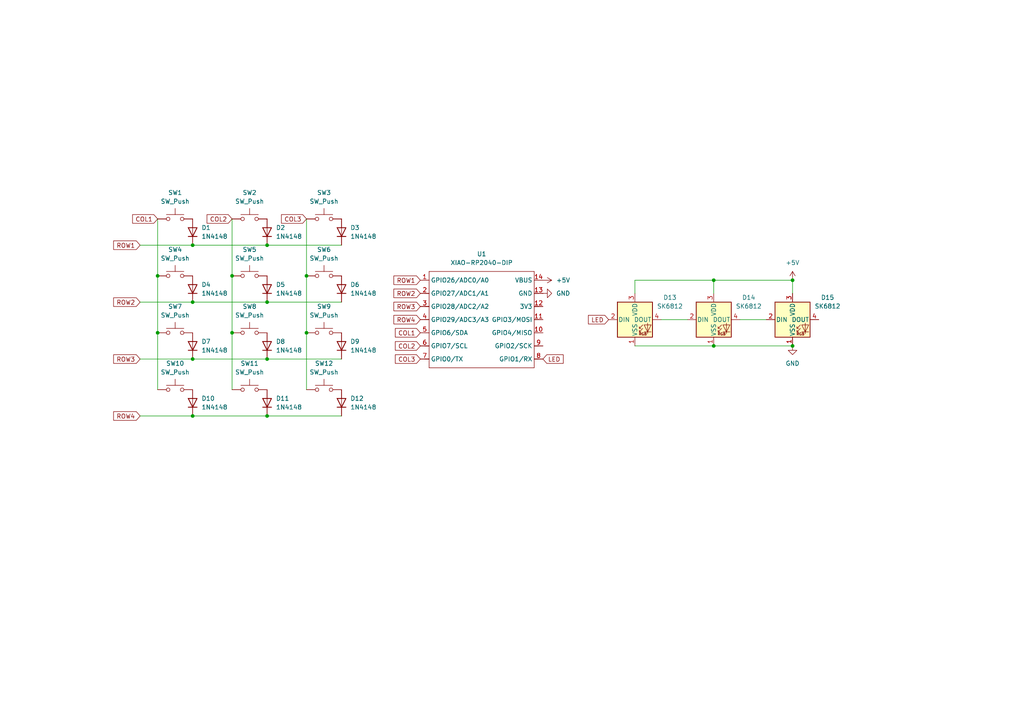
<source format=kicad_sch>
(kicad_sch (version 20250114) (generator "eeschema") (generator_version "9.0")
  (paper "A4")
  (lib_symbols
    (symbol "Diode:1N4148" (pin_numbers (hide yes)) (pin_names (hide yes))
      (property "Reference" "D" (at 0 2.54 0))
      (property "Value" "1N4148" (at 0 -2.54 0))
      (symbol "1N4148_0_1"
        (polyline (pts (xy -1.27 1.27) (xy -1.27 -1.27)) (stroke (width 0.254)))
        (polyline (pts (xy 1.27 1.27) (xy 1.27 -1.27) (xy -1.27 0) (xy 1.27 1.27)) (stroke (width 0.254)))
        (polyline (pts (xy 1.27 0) (xy -1.27 0)))
      )
      (symbol "1N4148_1_1"
        (pin passive line (at -3.81 0 0) (length 2.54) (name "K") (number "1"))
        (pin passive line (at 3.81 0 180) (length 2.54) (name "A") (number "2"))
      )
    )
    (symbol "LED:SK6812" (pin_names (offset 0.254))
      (property "Reference" "D" (at 5.08 5.715 0))
      (property "Value" "SK6812" (at 1.27 -5.715 0))
      (symbol "SK6812_0_0"
        (text "RGB" (at 2.286 -4.191 0) (effects (font (size 0.762 0.762))))
      )
      (symbol "SK6812_0_1"
        (polyline (pts (xy 1.27 -2.54) (xy 1.778 -2.54)))
        (polyline (pts (xy 1.27 -3.556) (xy 1.778 -3.556)))
        (polyline (pts (xy 2.286 -1.524) (xy 1.27 -2.54) (xy 1.27 -2.032)))
        (polyline (pts (xy 2.286 -2.54) (xy 1.27 -3.556) (xy 1.27 -3.048)))
        (polyline (pts (xy 3.683 -1.016) (xy 3.683 -3.556) (xy 3.683 -4.064)))
        (polyline (pts (xy 4.699 -1.524) (xy 2.667 -1.524) (xy 3.683 -3.556) (xy 4.699 -1.524)))
        (polyline (pts (xy 4.699 -3.556) (xy 2.667 -3.556)))
        (rectangle (start 5.08 5.08) (end -5.08 -5.08) (stroke (width 0.254)) (fill (type background)))
      )
      (symbol "SK6812_1_1"
        (pin input line (at -7.62 0 0) (length 2.54) (name "DIN") (number "2"))
        (pin power_in line (at 0 7.62 270) (length 2.54) (name "VDD") (number "3"))
        (pin power_in line (at 0 -7.62 90) (length 2.54) (name "VSS") (number "1"))
        (pin output line (at 7.62 0 180) (length 2.54) (name "DOUT") (number "4"))
      )
    )
    (symbol "OPL Lib:XIAO-RP2040-DIP"
      (property "Reference" "U" (at 0 0 0))
      (property "Value" "XIAO-RP2040-DIP" (at 5.334 -1.778 0))
      (symbol "XIAO-RP2040-DIP_1_0"
        (polyline (pts (xy -1.27 -2.54) (xy 29.21 -2.54)) (stroke (width 0.1524)))
        (polyline (pts (xy -1.27 -5.08) (xy -2.54 -5.08)) (stroke (width 0.1524)))
        (polyline (pts (xy -1.27 -5.08) (xy -1.27 -2.54)) (stroke (width 0.1524)))
        (polyline (pts (xy -1.27 -8.89) (xy -2.54 -8.89)) (stroke (width 0.1524)))
        (polyline (pts (xy -1.27 -8.89) (xy -1.27 -5.08)) (stroke (width 0.1524)))
        (polyline (pts (xy -1.27 -12.7) (xy -2.54 -12.7)) (stroke (width 0.1524)))
        (polyline (pts (xy -1.27 -12.7) (xy -1.27 -8.89)) (stroke (width 0.1524)))
        (polyline (pts (xy -1.27 -16.51) (xy -2.54 -16.51)) (stroke (width 0.1524)))
        (polyline (pts (xy -1.27 -16.51) (xy -1.27 -12.7)) (stroke (width 0.1524)))
        (polyline (pts (xy -1.27 -20.32) (xy -2.54 -20.32)) (stroke (width 0.1524)))
        (polyline (pts (xy -1.27 -24.13) (xy -2.54 -24.13)) (stroke (width 0.1524)))
        (polyline (pts (xy -1.27 -27.94) (xy -2.54 -27.94)) (stroke (width 0.1524)))
        (polyline (pts (xy -1.27 -30.48) (xy -1.27 -16.51)) (stroke (width 0.1524)))
        (polyline (pts (xy 29.21 -2.54) (xy 29.21 -5.08)) (stroke (width 0.1524)))
        (polyline (pts (xy 29.21 -5.08) (xy 29.21 -8.89)) (stroke (width 0.1524)))
        (polyline (pts (xy 29.21 -8.89) (xy 29.21 -12.7)) (stroke (width 0.1524)))
        (polyline (pts (xy 29.21 -12.7) (xy 29.21 -30.48)) (stroke (width 0.1524)))
        (polyline (pts (xy 29.21 -30.48) (xy -1.27 -30.48)) (stroke (width 0.1524)))
        (polyline (pts (xy 30.48 -5.08) (xy 29.21 -5.08)) (stroke (width 0.1524)))
        (polyline (pts (xy 30.48 -8.89) (xy 29.21 -8.89)) (stroke (width 0.1524)))
        (polyline (pts (xy 30.48 -12.7) (xy 29.21 -12.7)) (stroke (width 0.1524)))
        (polyline (pts (xy 30.48 -16.51) (xy 29.21 -16.51)) (stroke (width 0.1524)))
        (polyline (pts (xy 30.48 -20.32) (xy 29.21 -20.32)) (stroke (width 0.1524)))
        (polyline (pts (xy 30.48 -24.13) (xy 29.21 -24.13)) (stroke (width 0.1524)))
        (polyline (pts (xy 30.48 -27.94) (xy 29.21 -27.94)) (stroke (width 0.1524)))
        (pin passive line (at -3.81 -5.08 0) (length 2.54) (name "GPIO26/ADC0/A0") (number "1"))
        (pin passive line (at -3.81 -8.89 0) (length 2.54) (name "GPIO27/ADC1/A1") (number "2"))
        (pin passive line (at -3.81 -12.7 0) (length 2.54) (name "GPIO28/ADC2/A2") (number "3"))
        (pin passive line (at -3.81 -16.51 0) (length 2.54) (name "GPIO29/ADC3/A3") (number "4"))
        (pin passive line (at -3.81 -20.32 0) (length 2.54) (name "GPIO6/SDA") (number "5"))
        (pin passive line (at -3.81 -24.13 0) (length 2.54) (name "GPIO7/SCL") (number "6"))
        (pin passive line (at -3.81 -27.94 0) (length 2.54) (name "GPIO0/TX") (number "7"))
        (pin passive line (at 31.75 -5.08 180) (length 2.54) (name "VBUS") (number "14"))
        (pin passive line (at 31.75 -8.89 180) (length 2.54) (name "GND") (number "13"))
        (pin passive line (at 31.75 -12.7 180) (length 2.54) (name "3V3") (number "12"))
        (pin passive line (at 31.75 -16.51 180) (length 2.54) (name "GPIO3/MOSI") (number "11"))
        (pin passive line (at 31.75 -20.32 180) (length 2.54) (name "GPIO4/MISO") (number "10"))
        (pin passive line (at 31.75 -24.13 180) (length 2.54) (name "GPIO2/SCK") (number "9"))
        (pin passive line (at 31.75 -27.94 180) (length 2.54) (name "GPIO1/RX") (number "8"))
      )
    )
    (symbol "Switch:SW_Push" (pin_numbers (hide yes)) (pin_names (offset 1.016) (hide yes))
      (property "Reference" "SW" (at 1.27 2.54 0))
      (property "Value" "SW_Push" (at 0 -1.524 0))
      (symbol "SW_Push_0_1"
        (circle (center -2.032 0) (radius 0.508))
        (polyline (pts (xy 0 1.27) (xy 0 3.048)))
        (circle (center 2.032 0) (radius 0.508))
        (polyline (pts (xy 2.54 1.27) (xy -2.54 1.27)))
        (pin passive line (at -5.08 0 0) (length 2.54) (name "1") (number "1"))
        (pin passive line (at 5.08 0 180) (length 2.54) (name "2") (number "2"))
      )
    )
    (symbol "power:+5V" (power) (pin_numbers (hide yes)) (pin_names (offset 0) (hide yes))
      (property "Value" "+5V" (at 0 3.556 0))
      (symbol "+5V_0_1"
        (polyline (pts (xy -0.762 1.27) (xy 0 2.54)))
        (polyline (pts (xy 0 2.54) (xy 0.762 1.27)))
        (polyline (pts (xy 0 0) (xy 0 2.54)))
      )
      (symbol "+5V_1_1"
        (pin power_in line (at 0 0 90) (length 0) (name "~") (number "1"))
      )
    )
    (symbol "power:GND" (power) (pin_numbers (hide yes)) (pin_names (offset 0) (hide yes))
      (property "Value" "GND" (at 0 -3.81 0))
      (symbol "GND_0_1"
        (polyline (pts (xy 0 0) (xy 0 -1.27) (xy 1.27 -1.27) (xy 0 -2.54) (xy -1.27 -1.27) (xy 0 -1.27)))
      )
      (symbol "GND_1_1"
        (pin power_in line (at 0 0 270) (length 0) (name "~") (number "1"))
      )
    )
  )
  (junction (at 88.9 96.52))
  (junction (at 77.47 104.14))
  (junction (at 67.31 96.52))
  (junction (at 55.88 87.63))
  (junction (at 55.88 104.14))
  (junction (at 67.31 80.01))
  (junction (at 229.87 100.33))
  (junction (at 77.47 71.12))
  (junction (at 207.01 81.28))
  (junction (at 207.01 100.33))
  (junction (at 77.47 120.65))
  (junction (at 55.88 71.12))
  (junction (at 45.72 80.01))
  (junction (at 45.72 96.52))
  (junction (at 88.9 80.01))
  (junction (at 55.88 120.65))
  (junction (at 229.87 81.28))
  (junction (at 77.47 87.63))
  (wire (pts (xy 99.06 71.12) (xy 77.47 71.12)))
  (wire (pts (xy 88.9 96.52) (xy 88.9 113.03)))
  (wire (pts (xy 214.63 92.71) (xy 222.25 92.71)))
  (wire (pts (xy 229.87 81.28) (xy 229.87 85.09)))
  (wire (pts (xy 40.64 104.14) (xy 55.88 104.14)))
  (wire (pts (xy 55.88 120.65) (xy 77.47 120.65)))
  (wire (pts (xy 88.9 63.5) (xy 88.9 80.01)))
  (wire (pts (xy 45.72 80.01) (xy 45.72 96.52)))
  (wire (pts (xy 88.9 80.01) (xy 88.9 96.52)))
  (wire (pts (xy 40.64 120.65) (xy 55.88 120.65)))
  (wire (pts (xy 77.47 104.14) (xy 55.88 104.14)))
  (wire (pts (xy 99.06 104.14) (xy 77.47 104.14)))
  (wire (pts (xy 207.01 81.28) (xy 229.87 81.28)))
  (wire (pts (xy 99.06 120.65) (xy 77.47 120.65)))
  (wire (pts (xy 67.31 80.01) (xy 67.31 96.52)))
  (wire (pts (xy 45.72 63.5) (xy 45.72 80.01)))
  (wire (pts (xy 184.15 85.09) (xy 184.15 81.28)))
  (wire (pts (xy 184.15 100.33) (xy 207.01 100.33)))
  (wire (pts (xy 184.15 81.28) (xy 207.01 81.28)))
  (wire (pts (xy 207.01 100.33) (xy 229.87 100.33)))
  (wire (pts (xy 67.31 63.5) (xy 67.31 80.01)))
  (wire (pts (xy 55.88 87.63) (xy 40.64 87.63)))
  (wire (pts (xy 55.88 71.12) (xy 77.47 71.12)))
  (wire (pts (xy 40.64 71.12) (xy 55.88 71.12)))
  (wire (pts (xy 207.01 81.28) (xy 207.01 85.09)))
  (wire (pts (xy 67.31 96.52) (xy 67.31 113.03)))
  (wire (pts (xy 99.06 87.63) (xy 77.47 87.63)))
  (wire (pts (xy 77.47 87.63) (xy 55.88 87.63)))
  (wire (pts (xy 45.72 96.52) (xy 45.72 113.03)))
  (wire (pts (xy 191.77 92.71) (xy 199.39 92.71)))
  (global_label "LED" (shape input) (at 176.53 92.71 180) (property "Intersheetrefs" "${INTERSHEET_REFS}" (effects (hide yes))))
  (global_label "ROW1" (shape input) (at 121.92 81.28 180) (property "Intersheetrefs" "${INTERSHEET_REFS}" (effects (hide yes))))
  (global_label "LED" (shape input) (at 157.48 104.14 0) (property "Intersheetrefs" "${INTERSHEET_REFS}" (effects (hide yes))))
  (global_label "COL3" (shape input) (at 121.92 104.14 180) (property "Intersheetrefs" "${INTERSHEET_REFS}" (effects (hide yes))))
  (global_label "COL1" (shape input) (at 45.72 63.5 180) (property "Intersheetrefs" "${INTERSHEET_REFS}" (effects (hide yes))))
  (global_label "ROW4" (shape input) (at 40.64 120.65 180) (property "Intersheetrefs" "${INTERSHEET_REFS}" (effects (hide yes))))
  (global_label "COL2" (shape input) (at 67.31 63.5 180) (property "Intersheetrefs" "${INTERSHEET_REFS}" (effects (hide yes))))
  (global_label "ROW2" (shape input) (at 121.92 85.09 180) (property "Intersheetrefs" "${INTERSHEET_REFS}" (effects (hide yes))))
  (global_label "ROW1" (shape input) (at 40.64 71.12 180) (property "Intersheetrefs" "${INTERSHEET_REFS}" (effects (hide yes))))
  (global_label "ROW2" (shape input) (at 40.64 87.63 180) (property "Intersheetrefs" "${INTERSHEET_REFS}" (effects (hide yes))))
  (global_label "ROW4" (shape input) (at 121.92 92.71 180) (property "Intersheetrefs" "${INTERSHEET_REFS}" (effects (hide yes))))
  (global_label "COL3" (shape input) (at 88.9 63.5 180) (property "Intersheetrefs" "${INTERSHEET_REFS}" (effects (hide yes))))
  (global_label "COL1" (shape input) (at 121.92 96.52 180) (property "Intersheetrefs" "${INTERSHEET_REFS}" (effects (hide yes))))
  (global_label "ROW3" (shape input) (at 121.92 88.9 180) (property "Intersheetrefs" "${INTERSHEET_REFS}" (effects (hide yes))))
  (global_label "COL2" (shape input) (at 121.92 100.33 180) (property "Intersheetrefs" "${INTERSHEET_REFS}" (effects (hide yes))))
  (global_label "ROW3" (shape input) (at 40.64 104.14 180) (property "Intersheetrefs" "${INTERSHEET_REFS}" (effects (hide yes))))
  (symbol (lib_id "Switch:SW_Push") (at 93.98 113.03 0) (unit 1)
    (property "Reference" "SW12" (at 93.98 105.41 0))
    (property "Value" "SW_Push" (at 93.98 107.95 0))
    (property "Footprint" "Button_Switch_Keyboard:SW_Cherry_MX_1.00u_PCB" (effects (hide yes)))
    (property "Description" "Push button switch, generic, two pins" (effects (hide yes)))
  )
  (symbol (lib_id "Diode:1N4148") (at 77.47 116.84 90) (unit 1)
    (property "Reference" "D11" (at 80.01 115.5699 90) (effects (justify right)))
    (property "Value" "1N4148" (at 80.01 118.1099 90) (effects (justify right)))
    (property "Footprint" "Diode_THT:D_DO-35_SOD27_P7.62mm_Horizontal" (effects (hide yes)))
    (property "Datasheet" "https://assets.nexperia.com/documents/data-sheet/1N4148_1N4448.pdf" (effects (hide yes)))
    (property "Description" "100V 0.15A standard switching diode, DO-35" (effects (hide yes)))
    (property "Sim.Device" "D" (effects (hide yes)))
    (property "Sim.Pins" "1=K 2=A" (effects (hide yes)))
  )
  (symbol (lib_id "OPL Lib:XIAO-RP2040-DIP") (at 125.73 76.2 0) (unit 1)
    (property "Reference" "U1" (at 139.7 73.66 0))
    (property "Value" "XIAO-RP2040-DIP" (at 139.7 76.2 0))
    (property "Footprint" "OPL Lib:XIAO-RP2040-DIP" (effects (hide yes)))
  )
  (symbol (lib_id "Diode:1N4148") (at 55.88 100.33 90) (unit 1)
    (property "Reference" "D7" (at 58.42 99.0599 90) (effects (justify right)))
    (property "Value" "1N4148" (at 58.42 101.5999 90) (effects (justify right)))
    (property "Footprint" "Diode_THT:D_DO-35_SOD27_P7.62mm_Horizontal" (effects (hide yes)))
    (property "Datasheet" "https://assets.nexperia.com/documents/data-sheet/1N4148_1N4448.pdf" (effects (hide yes)))
    (property "Description" "100V 0.15A standard switching diode, DO-35" (effects (hide yes)))
    (property "Sim.Device" "D" (effects (hide yes)))
    (property "Sim.Pins" "1=K 2=A" (effects (hide yes)))
  )
  (symbol (lib_id "Diode:1N4148") (at 55.88 83.82 90) (unit 1)
    (property "Reference" "D4" (at 58.42 82.5499 90) (effects (justify right)))
    (property "Value" "1N4148" (at 58.42 85.0899 90) (effects (justify right)))
    (property "Footprint" "Diode_THT:D_DO-35_SOD27_P7.62mm_Horizontal" (effects (hide yes)))
    (property "Datasheet" "https://assets.nexperia.com/documents/data-sheet/1N4148_1N4448.pdf" (effects (hide yes)))
    (property "Description" "100V 0.15A standard switching diode, DO-35" (effects (hide yes)))
    (property "Sim.Device" "D" (effects (hide yes)))
    (property "Sim.Pins" "1=K 2=A" (effects (hide yes)))
  )
  (symbol (lib_id "Diode:1N4148") (at 77.47 100.33 90) (unit 1)
    (property "Reference" "D8" (at 80.01 99.0599 90) (effects (justify right)))
    (property "Value" "1N4148" (at 80.01 101.5999 90) (effects (justify right)))
    (property "Footprint" "Diode_THT:D_DO-35_SOD27_P7.62mm_Horizontal" (effects (hide yes)))
    (property "Datasheet" "https://assets.nexperia.com/documents/data-sheet/1N4148_1N4448.pdf" (effects (hide yes)))
    (property "Description" "100V 0.15A standard switching diode, DO-35" (effects (hide yes)))
    (property "Sim.Device" "D" (effects (hide yes)))
    (property "Sim.Pins" "1=K 2=A" (effects (hide yes)))
  )
  (symbol (lib_id "power:+5V") (at 229.87 81.28 0) (unit 1)
    (property "Reference" "#PWR01" (effects (hide yes)))
    (property "Value" "+5V" (at 229.87 76.2 0))
    (property "Description" "Power symbol creates a global label with name \"+5V\"" (effects (hide yes)))
  )
  (symbol (lib_id "power:GND") (at 157.48 85.09 90) (unit 1)
    (property "Reference" "#PWR03" (effects (hide yes)))
    (property "Value" "GND" (at 161.29 85.0899 90) (effects (justify right)))
    (property "Description" "Power symbol creates a global label with name \"GND\" , ground" (effects (hide yes)))
  )
  (symbol (lib_id "Diode:1N4148") (at 99.06 116.84 90) (unit 1)
    (property "Reference" "D12" (at 101.6 115.5699 90) (effects (justify right)))
    (property "Value" "1N4148" (at 101.6 118.1099 90) (effects (justify right)))
    (property "Footprint" "Diode_THT:D_DO-35_SOD27_P7.62mm_Horizontal" (effects (hide yes)))
    (property "Datasheet" "https://assets.nexperia.com/documents/data-sheet/1N4148_1N4448.pdf" (effects (hide yes)))
    (property "Description" "100V 0.15A standard switching diode, DO-35" (effects (hide yes)))
    (property "Sim.Device" "D" (effects (hide yes)))
    (property "Sim.Pins" "1=K 2=A" (effects (hide yes)))
  )
  (symbol (lib_id "Switch:SW_Push") (at 93.98 63.5 0) (unit 1)
    (property "Reference" "SW3" (at 93.98 55.88 0))
    (property "Value" "SW_Push" (at 93.98 58.42 0))
    (property "Footprint" "Button_Switch_Keyboard:SW_Cherry_MX_1.00u_PCB" (effects (hide yes)))
    (property "Description" "Push button switch, generic, two pins" (effects (hide yes)))
  )
  (symbol (lib_id "Diode:1N4148") (at 55.88 116.84 90) (unit 1)
    (property "Reference" "D10" (at 58.42 115.5699 90) (effects (justify right)))
    (property "Value" "1N4148" (at 58.42 118.1099 90) (effects (justify right)))
    (property "Footprint" "Diode_THT:D_DO-35_SOD27_P7.62mm_Horizontal" (effects (hide yes)))
    (property "Datasheet" "https://assets.nexperia.com/documents/data-sheet/1N4148_1N4448.pdf" (effects (hide yes)))
    (property "Description" "100V 0.15A standard switching diode, DO-35" (effects (hide yes)))
    (property "Sim.Device" "D" (effects (hide yes)))
    (property "Sim.Pins" "1=K 2=A" (effects (hide yes)))
  )
  (symbol (lib_id "Switch:SW_Push") (at 50.8 80.01 0) (unit 1)
    (property "Reference" "SW4" (at 50.8 72.39 0))
    (property "Value" "SW_Push" (at 50.8 74.93 0))
    (property "Footprint" "Button_Switch_Keyboard:SW_Cherry_MX_1.00u_PCB" (effects (hide yes)))
    (property "Description" "Push button switch, generic, two pins" (effects (hide yes)))
  )
  (symbol (lib_id "Switch:SW_Push") (at 72.39 80.01 0) (unit 1)
    (property "Reference" "SW5" (at 72.39 72.39 0))
    (property "Value" "SW_Push" (at 72.39 74.93 0))
    (property "Footprint" "Button_Switch_Keyboard:SW_Cherry_MX_1.00u_PCB" (effects (hide yes)))
    (property "Description" "Push button switch, generic, two pins" (effects (hide yes)))
  )
  (symbol (lib_id "Switch:SW_Push") (at 72.39 113.03 0) (unit 1)
    (property "Reference" "SW11" (at 72.39 105.41 0))
    (property "Value" "SW_Push" (at 72.39 107.95 0))
    (property "Footprint" "Button_Switch_Keyboard:SW_Cherry_MX_1.00u_PCB" (effects (hide yes)))
    (property "Description" "Push button switch, generic, two pins" (effects (hide yes)))
  )
  (symbol (lib_id "Diode:1N4148") (at 77.47 83.82 90) (unit 1)
    (property "Reference" "D5" (at 80.01 82.5499 90) (effects (justify right)))
    (property "Value" "1N4148" (at 80.01 85.0899 90) (effects (justify right)))
    (property "Footprint" "Diode_THT:D_DO-35_SOD27_P7.62mm_Horizontal" (effects (hide yes)))
    (property "Datasheet" "https://assets.nexperia.com/documents/data-sheet/1N4148_1N4448.pdf" (effects (hide yes)))
    (property "Description" "100V 0.15A standard switching diode, DO-35" (effects (hide yes)))
    (property "Sim.Device" "D" (effects (hide yes)))
    (property "Sim.Pins" "1=K 2=A" (effects (hide yes)))
  )
  (symbol (lib_id "Diode:1N4148") (at 55.88 67.31 90) (unit 1)
    (property "Reference" "D1" (at 58.42 66.0399 90) (effects (justify right)))
    (property "Value" "1N4148" (at 58.42 68.5799 90) (effects (justify right)))
    (property "Footprint" "Diode_THT:D_DO-35_SOD27_P7.62mm_Horizontal" (effects (hide yes)))
    (property "Datasheet" "https://assets.nexperia.com/documents/data-sheet/1N4148_1N4448.pdf" (effects (hide yes)))
    (property "Description" "100V 0.15A standard switching diode, DO-35" (effects (hide yes)))
    (property "Sim.Device" "D" (effects (hide yes)))
    (property "Sim.Pins" "1=K 2=A" (effects (hide yes)))
  )
  (symbol (lib_id "Switch:SW_Push") (at 72.39 96.52 0) (unit 1)
    (property "Reference" "SW8" (at 72.39 88.9 0))
    (property "Value" "SW_Push" (at 72.39 91.44 0))
    (property "Footprint" "Button_Switch_Keyboard:SW_Cherry_MX_1.00u_PCB" (effects (hide yes)))
    (property "Description" "Push button switch, generic, two pins" (effects (hide yes)))
  )
  (symbol (lib_id "Diode:1N4148") (at 99.06 67.31 90) (unit 1)
    (property "Reference" "D3" (at 101.6 66.0399 90) (effects (justify right)))
    (property "Value" "1N4148" (at 101.6 68.5799 90) (effects (justify right)))
    (property "Footprint" "Diode_THT:D_DO-35_SOD27_P7.62mm_Horizontal" (effects (hide yes)))
    (property "Datasheet" "https://assets.nexperia.com/documents/data-sheet/1N4148_1N4448.pdf" (effects (hide yes)))
    (property "Description" "100V 0.15A standard switching diode, DO-35" (effects (hide yes)))
    (property "Sim.Device" "D" (effects (hide yes)))
    (property "Sim.Pins" "1=K 2=A" (effects (hide yes)))
  )
  (symbol (lib_id "Diode:1N4148") (at 77.47 67.31 90) (unit 1)
    (property "Reference" "D2" (at 80.01 66.0399 90) (effects (justify right)))
    (property "Value" "1N4148" (at 80.01 68.5799 90) (effects (justify right)))
    (property "Footprint" "Diode_THT:D_DO-35_SOD27_P7.62mm_Horizontal" (effects (hide yes)))
    (property "Datasheet" "https://assets.nexperia.com/documents/data-sheet/1N4148_1N4448.pdf" (effects (hide yes)))
    (property "Description" "100V 0.15A standard switching diode, DO-35" (effects (hide yes)))
    (property "Sim.Device" "D" (effects (hide yes)))
    (property "Sim.Pins" "1=K 2=A" (effects (hide yes)))
  )
  (symbol (lib_id "LED:SK6812") (at 229.87 92.71 0) (unit 1)
    (property "Reference" "D15" (at 240.03 86.2898 0))
    (property "Value" "SK6812" (at 240.03 88.8298 0))
    (property "Footprint" "LED_SMD:LED_SK6812MINI_PLCC4_3.5x3.5mm_P1.75mm" (effects (hide yes)))
    (property "Datasheet" "https://cdn-shop.adafruit.com/product-files/1138/SK6812+LED+datasheet+.pdf" (effects (hide yes)))
    (property "Description" "RGB LED with integrated controller" (effects (hide yes)))
  )
  (symbol (lib_id "power:GND") (at 229.87 100.33 0) (unit 1)
    (property "Reference" "#PWR02" (effects (hide yes)))
    (property "Value" "GND" (at 229.87 105.41 0))
    (property "Description" "Power symbol creates a global label with name \"GND\" , ground" (effects (hide yes)))
  )
  (symbol (lib_id "Switch:SW_Push") (at 93.98 96.52 0) (unit 1)
    (property "Reference" "SW9" (at 93.98 88.9 0))
    (property "Value" "SW_Push" (at 93.98 91.44 0))
    (property "Footprint" "Button_Switch_Keyboard:SW_Cherry_MX_1.00u_PCB" (effects (hide yes)))
    (property "Description" "Push button switch, generic, two pins" (effects (hide yes)))
  )
  (symbol (lib_id "Switch:SW_Push") (at 72.39 63.5 0) (unit 1)
    (property "Reference" "SW2" (at 72.39 55.88 0))
    (property "Value" "SW_Push" (at 72.39 58.42 0))
    (property "Footprint" "Button_Switch_Keyboard:SW_Cherry_MX_1.00u_PCB" (effects (hide yes)))
    (property "Description" "Push button switch, generic, two pins" (effects (hide yes)))
  )
  (symbol (lib_id "power:+5V") (at 157.48 81.28 270) (unit 1)
    (property "Reference" "#PWR04" (effects (hide yes)))
    (property "Value" "+5V" (at 161.29 81.2799 90) (effects (justify left)))
    (property "Description" "Power symbol creates a global label with name \"+5V\"" (effects (hide yes)))
  )
  (symbol (lib_id "Diode:1N4148") (at 99.06 83.82 90) (unit 1)
    (property "Reference" "D6" (at 101.6 82.5499 90) (effects (justify right)))
    (property "Value" "1N4148" (at 101.6 85.0899 90) (effects (justify right)))
    (property "Footprint" "Diode_THT:D_DO-35_SOD27_P7.62mm_Horizontal" (effects (hide yes)))
    (property "Datasheet" "https://assets.nexperia.com/documents/data-sheet/1N4148_1N4448.pdf" (effects (hide yes)))
    (property "Description" "100V 0.15A standard switching diode, DO-35" (effects (hide yes)))
    (property "Sim.Device" "D" (effects (hide yes)))
    (property "Sim.Pins" "1=K 2=A" (effects (hide yes)))
  )
  (symbol (lib_id "Diode:1N4148") (at 99.06 100.33 90) (unit 1)
    (property "Reference" "D9" (at 101.6 99.0599 90) (effects (justify right)))
    (property "Value" "1N4148" (at 101.6 101.5999 90) (effects (justify right)))
    (property "Footprint" "Diode_THT:D_DO-35_SOD27_P7.62mm_Horizontal" (effects (hide yes)))
    (property "Datasheet" "https://assets.nexperia.com/documents/data-sheet/1N4148_1N4448.pdf" (effects (hide yes)))
    (property "Description" "100V 0.15A standard switching diode, DO-35" (effects (hide yes)))
    (property "Sim.Device" "D" (effects (hide yes)))
    (property "Sim.Pins" "1=K 2=A" (effects (hide yes)))
  )
  (symbol (lib_id "LED:SK6812") (at 207.01 92.71 0) (unit 1)
    (property "Reference" "D14" (at 217.17 86.2898 0))
    (property "Value" "SK6812" (at 217.17 88.8298 0))
    (property "Footprint" "LED_SMD:LED_SK6812MINI_PLCC4_3.5x3.5mm_P1.75mm" (effects (hide yes)))
    (property "Datasheet" "https://cdn-shop.adafruit.com/product-files/1138/SK6812+LED+datasheet+.pdf" (effects (hide yes)))
    (property "Description" "RGB LED with integrated controller" (effects (hide yes)))
  )
  (symbol (lib_id "Switch:SW_Push") (at 50.8 96.52 0) (unit 1)
    (property "Reference" "SW7" (at 50.8 88.9 0))
    (property "Value" "SW_Push" (at 50.8 91.44 0))
    (property "Footprint" "Button_Switch_Keyboard:SW_Cherry_MX_1.00u_PCB" (effects (hide yes)))
    (property "Description" "Push button switch, generic, two pins" (effects (hide yes)))
  )
  (symbol (lib_id "LED:SK6812") (at 184.15 92.71 0) (unit 1)
    (property "Reference" "D13" (at 194.31 86.2898 0))
    (property "Value" "SK6812" (at 194.31 88.8298 0))
    (property "Footprint" "LED_SMD:LED_SK6812MINI_PLCC4_3.5x3.5mm_P1.75mm" (effects (hide yes)))
    (property "Datasheet" "https://cdn-shop.adafruit.com/product-files/1138/SK6812+LED+datasheet+.pdf" (effects (hide yes)))
    (property "Description" "RGB LED with integrated controller" (effects (hide yes)))
  )
  (symbol (lib_id "Switch:SW_Push") (at 50.8 113.03 0) (unit 1)
    (property "Reference" "SW10" (at 50.8 105.41 0))
    (property "Value" "SW_Push" (at 50.8 107.95 0))
    (property "Footprint" "Button_Switch_Keyboard:SW_Cherry_MX_1.00u_PCB" (effects (hide yes)))
    (property "Description" "Push button switch, generic, two pins" (effects (hide yes)))
  )
  (symbol (lib_id "Switch:SW_Push") (at 93.98 80.01 0) (unit 1)
    (property "Reference" "SW6" (at 93.98 72.39 0))
    (property "Value" "SW_Push" (at 93.98 74.93 0))
    (property "Footprint" "Button_Switch_Keyboard:SW_Cherry_MX_1.00u_PCB" (effects (hide yes)))
    (property "Description" "Push button switch, generic, two pins" (effects (hide yes)))
  )
  (symbol (lib_id "Switch:SW_Push") (at 50.8 63.5 0) (unit 1)
    (property "Reference" "SW1" (at 50.8 55.88 0))
    (property "Value" "SW_Push" (at 50.8 58.42 0))
    (property "Footprint" "Button_Switch_Keyboard:SW_Cherry_MX_1.00u_PCB" (effects (hide yes)))
    (property "Description" "Push button switch, generic, two pins" (effects (hide yes)))
  )
)
</source>
